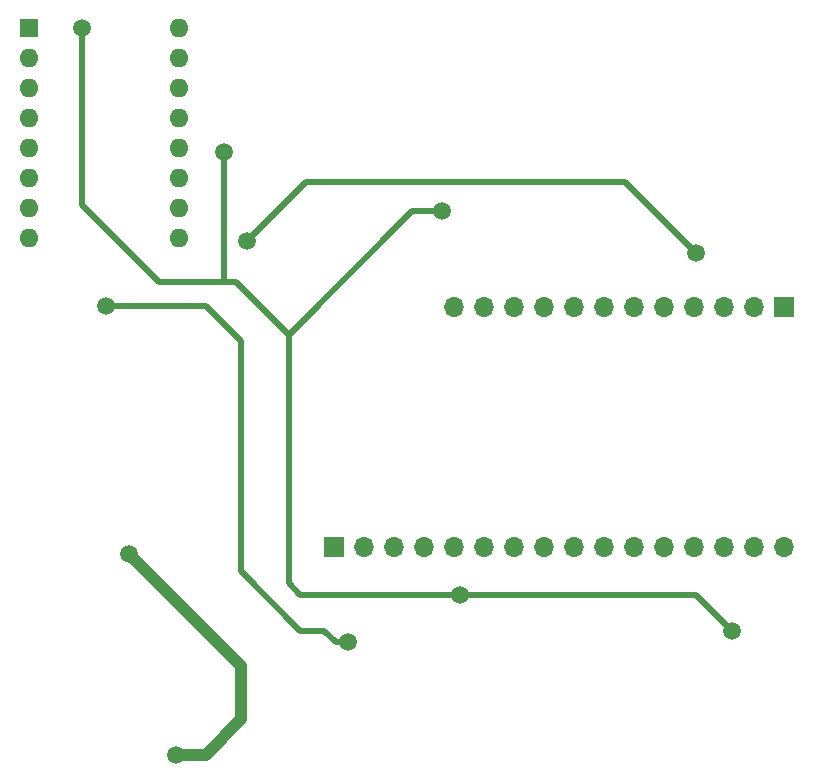
<source format=gbr>
G04 #@! TF.GenerationSoftware,KiCad,Pcbnew,(5.1.9)-1*
G04 #@! TF.CreationDate,2022-06-25T15:55:54-04:00*
G04 #@! TF.ProjectId,TarotMachine,5461726f-744d-4616-9368-696e652e6b69,rev?*
G04 #@! TF.SameCoordinates,Original*
G04 #@! TF.FileFunction,Copper,L2,Bot*
G04 #@! TF.FilePolarity,Positive*
%FSLAX46Y46*%
G04 Gerber Fmt 4.6, Leading zero omitted, Abs format (unit mm)*
G04 Created by KiCad (PCBNEW (5.1.9)-1) date 2022-06-25 15:55:54*
%MOMM*%
%LPD*%
G01*
G04 APERTURE LIST*
G04 #@! TA.AperFunction,ComponentPad*
%ADD10O,1.700000X1.700000*%
G04 #@! TD*
G04 #@! TA.AperFunction,ComponentPad*
%ADD11R,1.700000X1.700000*%
G04 #@! TD*
G04 #@! TA.AperFunction,ComponentPad*
%ADD12R,1.600000X1.600000*%
G04 #@! TD*
G04 #@! TA.AperFunction,ComponentPad*
%ADD13O,1.600000X1.600000*%
G04 #@! TD*
G04 #@! TA.AperFunction,ViaPad*
%ADD14C,1.500000*%
G04 #@! TD*
G04 #@! TA.AperFunction,Conductor*
%ADD15C,0.500000*%
G04 #@! TD*
G04 #@! TA.AperFunction,Conductor*
%ADD16C,1.000000*%
G04 #@! TD*
G04 APERTURE END LIST*
D10*
X92450000Y-48390000D03*
X89910000Y-48390000D03*
X87370000Y-48390000D03*
X84830000Y-48390000D03*
X82290000Y-48390000D03*
X79750000Y-48390000D03*
X77210000Y-48390000D03*
X74670000Y-48390000D03*
X72130000Y-48390000D03*
X69590000Y-48390000D03*
X67050000Y-48390000D03*
X64510000Y-48390000D03*
X61970000Y-48390000D03*
X59430000Y-48390000D03*
X56890000Y-48390000D03*
D11*
X54350000Y-48390000D03*
D10*
X64510000Y-28070000D03*
X67050000Y-28070000D03*
X69590000Y-28070000D03*
X72130000Y-28070000D03*
X74670000Y-28070000D03*
X77210000Y-28070000D03*
X79750000Y-28070000D03*
X82290000Y-28070000D03*
X84830000Y-28070000D03*
X87370000Y-28070000D03*
X89910000Y-28070000D03*
D11*
X92450000Y-28070000D03*
D12*
X28500000Y-4500000D03*
D13*
X41200000Y-22280000D03*
X28500000Y-7040000D03*
X41200000Y-19740000D03*
X28500000Y-9580000D03*
X41200000Y-17200000D03*
X28500000Y-12120000D03*
X41200000Y-14660000D03*
X28500000Y-14660000D03*
X41200000Y-12120000D03*
X28500000Y-17200000D03*
X41200000Y-9580000D03*
X28500000Y-19740000D03*
X41200000Y-7040000D03*
X28500000Y-22280000D03*
X41200000Y-4500000D03*
D14*
X63500000Y-20000000D03*
X65000000Y-52500000D03*
X88000000Y-55500000D03*
X33000000Y-4500000D03*
X45000000Y-15000000D03*
X55500000Y-56500000D03*
X35000000Y-28000000D03*
X47000000Y-22500000D03*
X85000000Y-23500000D03*
X37000000Y-49000000D03*
X41000000Y-66000000D03*
D15*
X60945998Y-20000000D02*
X50500000Y-30445998D01*
X63500000Y-20000000D02*
X60945998Y-20000000D01*
X50500000Y-30445998D02*
X50500000Y-47050002D01*
X50500000Y-47050002D02*
X50500000Y-51500000D01*
X51500000Y-52500000D02*
X65000000Y-52500000D01*
X50500000Y-51500000D02*
X51500000Y-52500000D01*
X65000000Y-52500000D02*
X85000000Y-52500000D01*
X85000000Y-52500000D02*
X88000000Y-55500000D01*
X50500000Y-30445998D02*
X46054002Y-26000000D01*
X39500000Y-26000000D02*
X33000000Y-19500000D01*
X33000000Y-19500000D02*
X33000000Y-4500000D01*
X45000000Y-26000000D02*
X45000000Y-15000000D01*
X46054002Y-26000000D02*
X45000000Y-26000000D01*
X45000000Y-26000000D02*
X39500000Y-26000000D01*
X54510037Y-56500000D02*
X53510037Y-55500000D01*
X55500000Y-56500000D02*
X54510037Y-56500000D01*
X53510037Y-55500000D02*
X51500000Y-55500000D01*
X51500000Y-55500000D02*
X46500000Y-50500000D01*
X46500000Y-50500000D02*
X46500000Y-32000000D01*
X46500000Y-32000000D02*
X46500000Y-31000000D01*
X46500000Y-31000000D02*
X43500000Y-28000000D01*
X43500000Y-28000000D02*
X35000000Y-28000000D01*
X47000000Y-22500000D02*
X52000000Y-17500000D01*
X52000000Y-17500000D02*
X79000000Y-17500000D01*
X79000000Y-17500000D02*
X85000000Y-23500000D01*
D16*
X37000000Y-49000000D02*
X46500000Y-58500000D01*
X46500000Y-58500000D02*
X46500000Y-63000000D01*
X43500000Y-66000000D02*
X41000000Y-66000000D01*
X46500000Y-63000000D02*
X43500000Y-66000000D01*
M02*

</source>
